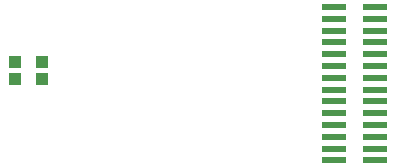
<source format=gtp>
G04*
G04 #@! TF.GenerationSoftware,Altium Limited,Altium Designer,21.4.1 (30)*
G04*
G04 Layer_Color=8421504*
%FSLAX25Y25*%
%MOIN*%
G70*
G04*
G04 #@! TF.SameCoordinates,4CBD480F-F67F-4A02-B49F-E89483E6C45F*
G04*
G04*
G04 #@! TF.FilePolarity,Positive*
G04*
G01*
G75*
%ADD14R,0.07874X0.02362*%
%ADD15R,0.03937X0.03937*%
D14*
X110820Y25591D02*
D03*
Y21654D02*
D03*
Y17717D02*
D03*
Y13780D02*
D03*
Y9843D02*
D03*
Y5906D02*
D03*
Y1969D02*
D03*
Y-1969D02*
D03*
Y-5906D02*
D03*
Y-9843D02*
D03*
Y-13780D02*
D03*
Y-17717D02*
D03*
Y-21654D02*
D03*
Y-25591D02*
D03*
X124600Y25591D02*
D03*
Y21654D02*
D03*
Y17717D02*
D03*
Y13780D02*
D03*
Y9843D02*
D03*
Y5906D02*
D03*
Y1969D02*
D03*
Y-1969D02*
D03*
Y-5906D02*
D03*
Y-9843D02*
D03*
Y-13780D02*
D03*
Y-17717D02*
D03*
Y-21654D02*
D03*
Y-25591D02*
D03*
D15*
X13500Y7362D02*
D03*
Y1638D02*
D03*
X4700Y7362D02*
D03*
Y1638D02*
D03*
M02*

</source>
